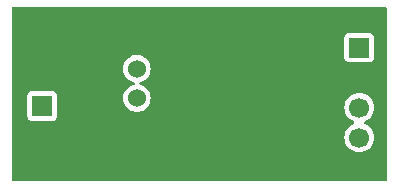
<source format=gbl>
%TF.GenerationSoftware,KiCad,Pcbnew,8.0.4*%
%TF.CreationDate,2024-08-27T14:50:54+08:00*%
%TF.ProjectId,Raindrop_humidity_sensing_board,5261696e-6472-46f7-905f-68756d696469,rev?*%
%TF.SameCoordinates,Original*%
%TF.FileFunction,Copper,L2,Bot*%
%TF.FilePolarity,Positive*%
%FSLAX46Y46*%
G04 Gerber Fmt 4.6, Leading zero omitted, Abs format (unit mm)*
G04 Created by KiCad (PCBNEW 8.0.4) date 2024-08-27 14:50:54*
%MOMM*%
%LPD*%
G01*
G04 APERTURE LIST*
%TA.AperFunction,ComponentPad*%
%ADD10C,1.524000*%
%TD*%
%TA.AperFunction,ComponentPad*%
%ADD11R,1.700000X1.700000*%
%TD*%
%TA.AperFunction,ComponentPad*%
%ADD12C,1.700000*%
%TD*%
%TA.AperFunction,ViaPad*%
%ADD13C,0.450000*%
%TD*%
G04 APERTURE END LIST*
D10*
%TO.P,R2,1,1*%
%TO.N,GND*%
X93908332Y-69940000D03*
%TO.P,R2,2,2*%
%TO.N,/LM393_INAN*%
X93908332Y-67440000D03*
%TO.P,R2,3,3*%
%TO.N,VCC*%
X93908332Y-64940000D03*
%TD*%
D11*
%TO.P,H2,1,1*%
%TO.N,VCC*%
X112730000Y-63150000D03*
D12*
%TO.P,H2,2,2*%
%TO.N,GND*%
X112730000Y-65690000D03*
%TO.P,H2,3,3*%
%TO.N,/LM393_OUTA*%
X112730000Y-68230000D03*
%TO.P,H2,4,4*%
%TO.N,/LM393_INAP*%
X112730000Y-70770000D03*
%TD*%
D11*
%TO.P,H1,1,1*%
%TO.N,/LM393_INAP*%
X85890000Y-68100000D03*
D12*
%TO.P,H1,2,2*%
%TO.N,GND*%
X85890000Y-70640000D03*
%TD*%
D13*
%TO.N,GND*%
X93910000Y-71680000D03*
X87970000Y-68180000D03*
X92530000Y-66210000D03*
X97800000Y-63030000D03*
X95530000Y-66030000D03*
X111050000Y-70010000D03*
X111070000Y-72180000D03*
X111070000Y-67100000D03*
X111070000Y-62020000D03*
X108530000Y-72180000D03*
X108530000Y-62020000D03*
X105990000Y-72180000D03*
X105990000Y-69640000D03*
X105990000Y-67100000D03*
X105990000Y-62020000D03*
X103450000Y-62020000D03*
X100910000Y-72180000D03*
X100910000Y-69640000D03*
X100910000Y-67100000D03*
X93290000Y-62020000D03*
X90750000Y-69640000D03*
X90750000Y-67100000D03*
X90750000Y-62020000D03*
X88210000Y-62020000D03*
X85670000Y-72180000D03*
X85670000Y-64560000D03*
X85670000Y-62020000D03*
%TD*%
%TA.AperFunction,Conductor*%
%TO.N,GND*%
G36*
X115032539Y-59720185D02*
G01*
X115078294Y-59772989D01*
X115089500Y-59824500D01*
X115089500Y-74315500D01*
X115069815Y-74382539D01*
X115017011Y-74428294D01*
X114965500Y-74439500D01*
X83474500Y-74439500D01*
X83407461Y-74419815D01*
X83361706Y-74367011D01*
X83350500Y-74315500D01*
X83350500Y-67218475D01*
X84639500Y-67218475D01*
X84639500Y-68981517D01*
X84648268Y-69036877D01*
X84654354Y-69075304D01*
X84711950Y-69188342D01*
X84711952Y-69188344D01*
X84711954Y-69188347D01*
X84801652Y-69278045D01*
X84801654Y-69278046D01*
X84801658Y-69278050D01*
X84878302Y-69317102D01*
X84914698Y-69335647D01*
X85008475Y-69350499D01*
X85008481Y-69350500D01*
X86771518Y-69350499D01*
X86865304Y-69335646D01*
X86978342Y-69278050D01*
X87068050Y-69188342D01*
X87125646Y-69075304D01*
X87125646Y-69075302D01*
X87125647Y-69075301D01*
X87140499Y-68981524D01*
X87140500Y-68981519D01*
X87140499Y-67218482D01*
X87125646Y-67124696D01*
X87068050Y-67011658D01*
X87068046Y-67011654D01*
X87068045Y-67011652D01*
X86978347Y-66921954D01*
X86978344Y-66921952D01*
X86978342Y-66921950D01*
X86901517Y-66882805D01*
X86865301Y-66864352D01*
X86771524Y-66849500D01*
X85008482Y-66849500D01*
X84927519Y-66862323D01*
X84914696Y-66864354D01*
X84801658Y-66921950D01*
X84801657Y-66921951D01*
X84801652Y-66921954D01*
X84711954Y-67011652D01*
X84711951Y-67011657D01*
X84711950Y-67011658D01*
X84708587Y-67018259D01*
X84654352Y-67124698D01*
X84639500Y-67218475D01*
X83350500Y-67218475D01*
X83350500Y-64940000D01*
X92740852Y-64940000D01*
X92760730Y-65154519D01*
X92819688Y-65361740D01*
X92819692Y-65361750D01*
X92915718Y-65554597D01*
X93045555Y-65726528D01*
X93204767Y-65871668D01*
X93204769Y-65871670D01*
X93387937Y-65985083D01*
X93387943Y-65985086D01*
X93430501Y-66001573D01*
X93588836Y-66062912D01*
X93616652Y-66068111D01*
X93678932Y-66099779D01*
X93714205Y-66160092D01*
X93711271Y-66229900D01*
X93671062Y-66287040D01*
X93616653Y-66311888D01*
X93588836Y-66317088D01*
X93588833Y-66317088D01*
X93588833Y-66317089D01*
X93387943Y-66394913D01*
X93387937Y-66394916D01*
X93204769Y-66508329D01*
X93204767Y-66508331D01*
X93045555Y-66653471D01*
X92915718Y-66825402D01*
X92819692Y-67018249D01*
X92819688Y-67018259D01*
X92760730Y-67225480D01*
X92740852Y-67440000D01*
X92760730Y-67654519D01*
X92819688Y-67861740D01*
X92819692Y-67861750D01*
X92915718Y-68054597D01*
X93045555Y-68226528D01*
X93204767Y-68371668D01*
X93204769Y-68371670D01*
X93387937Y-68485083D01*
X93387943Y-68485086D01*
X93430501Y-68501573D01*
X93588836Y-68562912D01*
X93800611Y-68602500D01*
X93800613Y-68602500D01*
X94016051Y-68602500D01*
X94016053Y-68602500D01*
X94227828Y-68562912D01*
X94428723Y-68485085D01*
X94611896Y-68371669D01*
X94767303Y-68229997D01*
X111474723Y-68229997D01*
X111474723Y-68230002D01*
X111493793Y-68447975D01*
X111493793Y-68447979D01*
X111550422Y-68659322D01*
X111550424Y-68659326D01*
X111550425Y-68659330D01*
X111596661Y-68758484D01*
X111642897Y-68857638D01*
X111642898Y-68857639D01*
X111768402Y-69036877D01*
X111923123Y-69191598D01*
X112102360Y-69317101D01*
X112102361Y-69317102D01*
X112253583Y-69387618D01*
X112306022Y-69433790D01*
X112325174Y-69500984D01*
X112304958Y-69567865D01*
X112253583Y-69612382D01*
X112102361Y-69682898D01*
X112102357Y-69682900D01*
X111923121Y-69808402D01*
X111768402Y-69963121D01*
X111642900Y-70142357D01*
X111642898Y-70142361D01*
X111550426Y-70340668D01*
X111550422Y-70340677D01*
X111493793Y-70552020D01*
X111493793Y-70552024D01*
X111474723Y-70769997D01*
X111474723Y-70770002D01*
X111493793Y-70987975D01*
X111493793Y-70987979D01*
X111550422Y-71199322D01*
X111550424Y-71199326D01*
X111550425Y-71199330D01*
X111596661Y-71298484D01*
X111642897Y-71397638D01*
X111642898Y-71397639D01*
X111768402Y-71576877D01*
X111923123Y-71731598D01*
X112102361Y-71857102D01*
X112300670Y-71949575D01*
X112512023Y-72006207D01*
X112694926Y-72022208D01*
X112729998Y-72025277D01*
X112730000Y-72025277D01*
X112730002Y-72025277D01*
X112758254Y-72022805D01*
X112947977Y-72006207D01*
X113159330Y-71949575D01*
X113357639Y-71857102D01*
X113536877Y-71731598D01*
X113691598Y-71576877D01*
X113817102Y-71397639D01*
X113909575Y-71199330D01*
X113966207Y-70987977D01*
X113985277Y-70770000D01*
X113966207Y-70552023D01*
X113909575Y-70340670D01*
X113817102Y-70142362D01*
X113817100Y-70142359D01*
X113817099Y-70142357D01*
X113691599Y-69963124D01*
X113691596Y-69963121D01*
X113536877Y-69808402D01*
X113357639Y-69682898D01*
X113206414Y-69612381D01*
X113153977Y-69566210D01*
X113134825Y-69499016D01*
X113155041Y-69432135D01*
X113206414Y-69387618D01*
X113357639Y-69317102D01*
X113536877Y-69191598D01*
X113691598Y-69036877D01*
X113817102Y-68857639D01*
X113909575Y-68659330D01*
X113966207Y-68447977D01*
X113985277Y-68230000D01*
X113966207Y-68012023D01*
X113909575Y-67800670D01*
X113817102Y-67602362D01*
X113817100Y-67602359D01*
X113817099Y-67602357D01*
X113691599Y-67423124D01*
X113691596Y-67423121D01*
X113536877Y-67268402D01*
X113357639Y-67142898D01*
X113357640Y-67142898D01*
X113357638Y-67142897D01*
X113258484Y-67096661D01*
X113159330Y-67050425D01*
X113159326Y-67050424D01*
X113159322Y-67050422D01*
X112947977Y-66993793D01*
X112730002Y-66974723D01*
X112729998Y-66974723D01*
X112584682Y-66987436D01*
X112512023Y-66993793D01*
X112512020Y-66993793D01*
X112300677Y-67050422D01*
X112300668Y-67050426D01*
X112102361Y-67142898D01*
X112102357Y-67142900D01*
X111923121Y-67268402D01*
X111768402Y-67423121D01*
X111642900Y-67602357D01*
X111642898Y-67602361D01*
X111550426Y-67800668D01*
X111550422Y-67800677D01*
X111493793Y-68012020D01*
X111493793Y-68012024D01*
X111474723Y-68229997D01*
X94767303Y-68229997D01*
X94771110Y-68226526D01*
X94900944Y-68054599D01*
X94996975Y-67861742D01*
X95055933Y-67654524D01*
X95075812Y-67440000D01*
X95055933Y-67225476D01*
X94996975Y-67018258D01*
X94993689Y-67011658D01*
X94900945Y-66825402D01*
X94771108Y-66653471D01*
X94611896Y-66508331D01*
X94611894Y-66508329D01*
X94428726Y-66394916D01*
X94428720Y-66394913D01*
X94227831Y-66317089D01*
X94227830Y-66317088D01*
X94227828Y-66317088D01*
X94200009Y-66311887D01*
X94137731Y-66280221D01*
X94102458Y-66219909D01*
X94105392Y-66150101D01*
X94145600Y-66092960D01*
X94200009Y-66068112D01*
X94227828Y-66062912D01*
X94428723Y-65985085D01*
X94611896Y-65871669D01*
X94771110Y-65726526D01*
X94900944Y-65554599D01*
X94996975Y-65361742D01*
X95055933Y-65154524D01*
X95075812Y-64940000D01*
X95055933Y-64725476D01*
X94996975Y-64518258D01*
X94938339Y-64400500D01*
X94900945Y-64325402D01*
X94771108Y-64153471D01*
X94611896Y-64008331D01*
X94611894Y-64008329D01*
X94428726Y-63894916D01*
X94428720Y-63894913D01*
X94270388Y-63833576D01*
X94227828Y-63817088D01*
X94016053Y-63777500D01*
X93800611Y-63777500D01*
X93588836Y-63817088D01*
X93588833Y-63817088D01*
X93588833Y-63817089D01*
X93387943Y-63894913D01*
X93387937Y-63894916D01*
X93204769Y-64008329D01*
X93204767Y-64008331D01*
X93045555Y-64153471D01*
X92915718Y-64325402D01*
X92819692Y-64518249D01*
X92819688Y-64518259D01*
X92760730Y-64725480D01*
X92740852Y-64940000D01*
X83350500Y-64940000D01*
X83350500Y-62268475D01*
X111479500Y-62268475D01*
X111479500Y-64031517D01*
X111490292Y-64099657D01*
X111494354Y-64125304D01*
X111551950Y-64238342D01*
X111551952Y-64238344D01*
X111551954Y-64238347D01*
X111641652Y-64328045D01*
X111641654Y-64328046D01*
X111641658Y-64328050D01*
X111754694Y-64385645D01*
X111754698Y-64385647D01*
X111848475Y-64400499D01*
X111848481Y-64400500D01*
X113611518Y-64400499D01*
X113705304Y-64385646D01*
X113818342Y-64328050D01*
X113908050Y-64238342D01*
X113965646Y-64125304D01*
X113965646Y-64125302D01*
X113965647Y-64125301D01*
X113980499Y-64031524D01*
X113980500Y-64031519D01*
X113980499Y-62268482D01*
X113965646Y-62174696D01*
X113908050Y-62061658D01*
X113908046Y-62061654D01*
X113908045Y-62061652D01*
X113818347Y-61971954D01*
X113818344Y-61971952D01*
X113818342Y-61971950D01*
X113741517Y-61932805D01*
X113705301Y-61914352D01*
X113611524Y-61899500D01*
X111848482Y-61899500D01*
X111767519Y-61912323D01*
X111754696Y-61914354D01*
X111641658Y-61971950D01*
X111641657Y-61971951D01*
X111641652Y-61971954D01*
X111551954Y-62061652D01*
X111551951Y-62061657D01*
X111494352Y-62174698D01*
X111479500Y-62268475D01*
X83350500Y-62268475D01*
X83350500Y-59824500D01*
X83370185Y-59757461D01*
X83422989Y-59711706D01*
X83474500Y-59700500D01*
X114965500Y-59700500D01*
X115032539Y-59720185D01*
G37*
%TD.AperFunction*%
%TD*%
M02*

</source>
